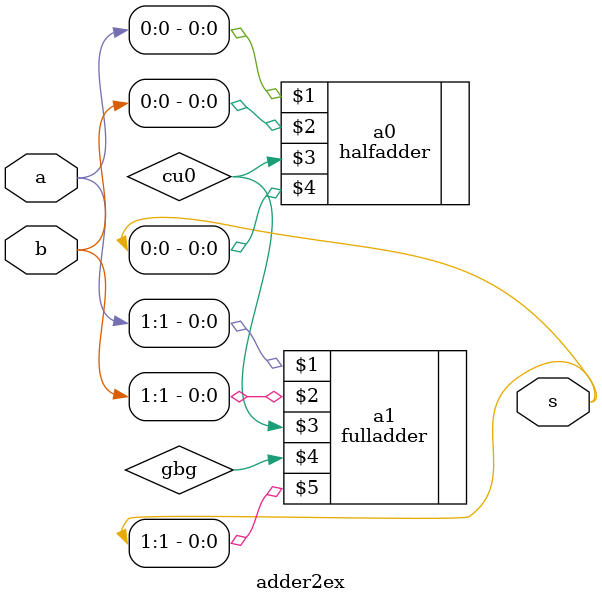
<source format=sv>
module adder2ex(
	input logic [1:0] a,b,
	output logic [1:0] s
);
	wire cu0;
	wire gbg;
	halfadder a0(a[0],b[0],cu0,s[0]);
	fulladder a1(a[1],b[1],cu0,gbg,s[1]);
endmodule

</source>
